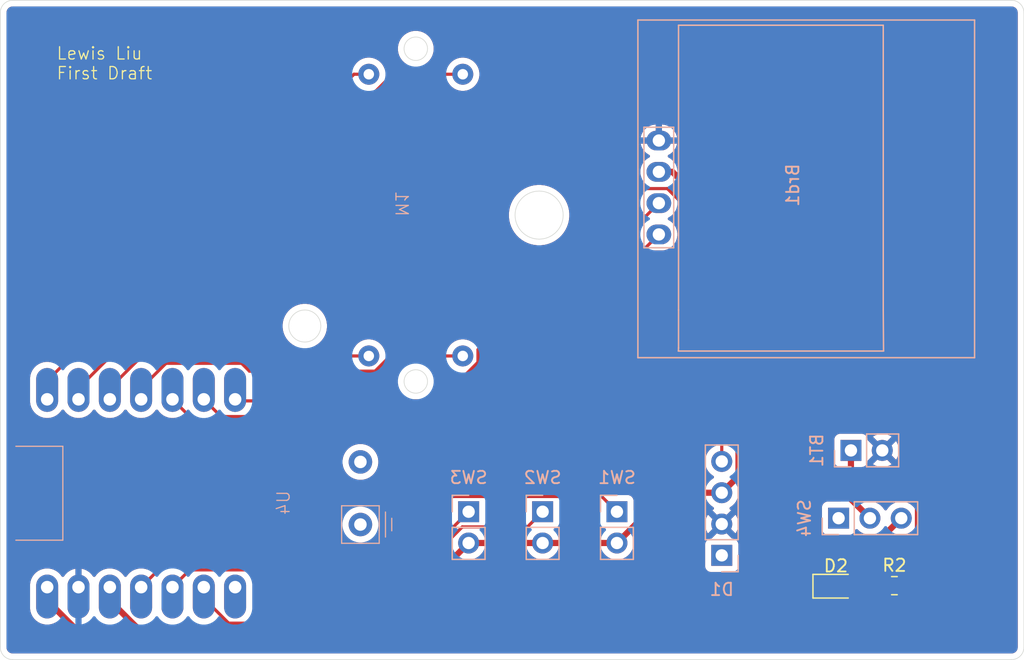
<source format=kicad_pcb>
(kicad_pcb (version 20241229) (generator "pcbnew") (generator_version "9.0")
  (layers (0 "F.Cu" signal) (2 "B.Cu" signal) (13 "F.Paste" user) (15 "B.Paste" user) (5 "F.SilkS" user "F.Silkscreen") (7 "B.SilkS" user "B.Silkscreen") (1 "F.Mask" user) (3 "B.Mask" user) (25 "Edge.Cuts" user))
  (net 0 "")
  (net 1 "Net-(Brd1-SCL)")
  (net 2 "Net-(Brd1-SDA)")
  (net 3 "GND")
  (net 4 "+3.3V")
  (net 5 "Net-(D1-DIN)")
  (net 7 "Net-(D2-K)")
  (net 8 "Net-(M1--)")
  (net 9 "Net-(U4-GPIO3_A2_D2)")
  (net 10 "Net-(U4-GPIO4_A3_D3)")
  (net 11 "Net-(U4-GPIO2_A1_D1)")
  (net 12 "Net-(U4-GPIO9_A10_D10_COPI)")
  (net 13 "Net-(U4-GPIO7_A8_D8_SCK)")
  (net 14 "Net-(U4-GPIO8_A9_D9_CIPO)")
  (net 19 "/BAT")
  (net 20 "/VCC")
  (footprint "LED_SMD:LED_0805_2012Metric_Pad1.15x1.40mm_HandSolder" (layer "F.Cu") (at 147.755 99.045)
    (property "Reference" "D2" (at 0 -1.65 0) (layer "F.SilkS"))
    (property "Value" "LED")
    (fp_line (start -1.86 -0.96) (end -1.86 0.96) (stroke (width 0.12)) (layer "F.SilkS"))
    (fp_line (start -1.86 0.96) (end 1 0.96) (stroke (width 0.12)) (layer "F.SilkS"))
    (fp_line (start 1 -0.96) (end -1.86 -0.96) (stroke (width 0.12)) (layer "F.SilkS"))
    (pad "1" smd roundrect (at -1.025 0) (size 1.15 1.4) (layers "F.Cu" "F.Mask" "F.Paste") (roundrect_rratio 0.217391) (net 7 "Net-(D2-K)"))
    (pad "2" smd roundrect (at 1.025 0) (size 1.15 1.4) (layers "F.Cu" "F.Mask" "F.Paste") (roundrect_rratio 0.217391) (net 20 "/VCC"))
  )
  (footprint "Resistor_SMD:R_0805_2012Metric_Pad1.20x1.40mm_HandSolder" (layer "F.Cu") (at 152.5 99)
    (property "Reference" "R2" (at 0 -1.65 0) (layer "F.SilkS"))
    (property "Value" "85ohm")
    (fp_line (start -0.227064 -0.735) (end 0.227064 -0.735) (stroke (width 0.12)) (layer "F.SilkS"))
    (fp_line (start -0.227064 0.735) (end 0.227064 0.735) (stroke (width 0.12)) (layer "F.SilkS"))
    (pad "1" smd roundrect (at -1 0) (size 1.2 1.4) (layers "F.Cu" "F.Mask" "F.Paste") (roundrect_rratio 0.208333) (net 7 "Net-(D2-K)"))
    (pad "2" smd roundrect (at 1 0) (size 1.2 1.4) (layers "F.Cu" "F.Mask" "F.Paste") (roundrect_rratio 0.208333) (net 3 "GND"))
  )
  (footprint "SSD1306:128x64OLED" (layer "B.Cu") (at 144 66.5 -90)
    (property "Reference" "Brd1" (at 0 -0.254 90) (layer "B.SilkS") (effects (justify mirror)))
    (property "Value" "SSD1306")
    (fp_line (start -13.4 12.3) (end 14 12.3) (stroke (width 0.12)) (layer "B.SilkS"))
    (fp_line (start 14 12.3) (end 14 -15) (stroke (width 0.12)) (layer "B.SilkS"))
    (fp_line (start -4.699 11.811) (end 5.08 11.811) (stroke (width 0.12)) (layer "B.SilkS"))
    (fp_line (start -4.699 11.811) (end -4.699 9.398) (stroke (width 0.12)) (layer "B.SilkS"))
    (fp_line (start 5.08 11.811) (end 5.08 9.398) (stroke (width 0.12)) (layer "B.SilkS"))
    (fp_line (start 5.08 9.398) (end -4.699 9.398) (stroke (width 0.12)) (layer "B.SilkS"))
    (fp_line (start 13.462 9.017) (end 13.208 9.005) (stroke (width 0.12)) (layer "B.SilkS"))
    (fp_line (start -12.978 9.005) (end 10.122 9.005) (stroke (width 0.12)) (layer "B.SilkS"))
    (fp_line (start 10.122 9.005) (end 13.208 9.005) (stroke (width 0.12)) (layer "B.SilkS"))
    (fp_line (start -12.978 -7.595) (end -12.978 9.005) (stroke (width 0.12)) (layer "B.SilkS"))
    (fp_line (start 10.122 -7.595) (end -12.978 -7.595) (stroke (width 0.12)) (layer "B.SilkS"))
    (fp_line (start 10.122 -7.595) (end 13.462 -7.62) (stroke (width 0.12)) (layer "B.SilkS"))
    (fp_line (start 13.462 -7.62) (end 13.462 9.017) (stroke (width 0.12)) (layer "B.SilkS"))
    (fp_line (start -13.4 -15) (end -13.4 12.3) (stroke (width 0.12)) (layer "B.SilkS"))
    (fp_line (start 14 -15) (end -13.4 -15) (stroke (width 0.12)) (layer "B.SilkS"))
    (pad "1" thru_hole oval (at -3.62 10.6 180) (size 2 1.6) (drill 1) (layers "*.Cu" "*.Mask") (net 3 "GND"))
    (pad "2" thru_hole oval (at -1.08 10.6 180) (size 2 1.6) (drill 1) (layers "*.Cu" "*.Mask") (net 4 "+3.3V"))
    (pad "3" thru_hole oval (at 1.46 10.6 180) (size 2 1.6) (drill 1) (layers "*.Cu" "*.Mask") (net 1 "Net-(Brd1-SCL)"))
    (pad "4" thru_hole oval (at 4 10.6 180) (size 2 1.6) (drill 1) (layers "*.Cu" "*.Mask") (net 2 "Net-(Brd1-SDA)"))
  )
  (footprint "x27_Footprint:x27_stepper" (layer "B.Cu") (at 103.53 66.39 90)
    (property "Reference" "M1" (at -1.61 9.01 270) (layer "B.SilkS") (effects (font (thickness 0.1)) (justify mirror)))
    (property "Value" "Stepper_Motor_bipolar")
    (fp_circle (center -11.54 1.16) (end -10.24 1.16) (stroke (width 0.05)) (fill no) (layer "Edge.Cuts"))
    (fp_circle (center 10.96 10.16) (end 11.91 10.16) (stroke (width 0.05)) (fill no) (layer "Edge.Cuts"))
    (fp_circle (center -16.04 10.16) (end -15.09 10.16) (stroke (width 0.05)) (fill no) (layer "Edge.Cuts"))
    (fp_circle (center -2.54 20.16) (end -0.59 20.16) (stroke (width 0.05)) (fill no) (layer "Edge.Cuts"))
    (pad "1" thru_hole circle (at 8.89 13.97 90) (size 1.7 1.7) (drill 0.85) (layers "*.Cu" "*.Mask") (net 11 "Net-(U4-GPIO2_A1_D1)"))
    (pad "2" thru_hole circle (at 8.89 6.35 90) (size 1.7 1.7) (drill 0.85) (layers "*.Cu" "*.Mask") (net 8 "Net-(M1--)"))
    (pad "3" thru_hole circle (at -13.97 6.35 90) (size 1.7 1.7) (drill 0.85) (layers "*.Cu" "*.Mask") (net 9 "Net-(U4-GPIO3_A2_D2)"))
    (pad "4" thru_hole circle (at -13.97 13.97 90) (size 1.7 1.7) (drill 0.85) (layers "*.Cu" "*.Mask") (net 10 "Net-(U4-GPIO4_A3_D3)"))
  )
  (footprint "Connector_PinSocket_2.54mm:PinSocket_1x02_P2.54mm_Vertical" (layer "B.Cu") (at 148.975 88.025 -90)
    (property "Reference" "BT1" (at 0 2.77 90) (layer "B.SilkS") (effects (justify mirror)))
    (property "Value" "Battery_Cell")
    (fp_line (start 0 1.33) (end 1.33 1.33) (stroke (width 0.12)) (layer "B.SilkS"))
    (fp_line (start 1.33 1.33) (end 1.33 0) (stroke (width 0.12)) (layer "B.SilkS"))
    (fp_line (start -1.33 -1.27) (end 1.33 -1.27) (stroke (width 0.12)) (layer "B.SilkS"))
    (fp_line (start -1.33 -1.27) (end -1.33 -3.87) (stroke (width 0.12)) (layer "B.SilkS"))
    (fp_line (start 1.33 -1.27) (end 1.33 -3.87) (stroke (width 0.12)) (layer "B.SilkS"))
    (fp_line (start -1.33 -3.87) (end 1.33 -3.87) (stroke (width 0.12)) (layer "B.SilkS"))
    (pad "1" thru_hole rect (at 0 0 270) (size 1.7 1.7) (drill 1) (layers "*.Cu" "*.Mask") (net 19 "/BAT"))
    (pad "2" thru_hole circle (at 0 -2.54 270) (size 1.7 1.7) (drill 1) (layers "*.Cu" "*.Mask") (net 3 "GND"))
  )
  (footprint "Connector_PinSocket_2.54mm:PinSocket_1x02_P2.54mm_Vertical" (layer "B.Cu") (at 123.975 93 180)
    (property "Reference" "SW2" (at 0 2.77 0) (layer "B.SilkS") (effects (justify mirror)))
    (property "Value" "SW_Push")
    (fp_line (start 1.33 1.33) (end 1.33 0) (stroke (width 0.12)) (layer "B.SilkS"))
    (fp_line (start 1.33 -1.27) (end 1.33 -3.87) (stroke (width 0.12)) (layer "B.SilkS"))
    (fp_line (start 0 1.33) (end 1.33 1.33) (stroke (width 0.12)) (layer "B.SilkS"))
    (fp_line (start -1.33 -1.27) (end 1.33 -1.27) (stroke (width 0.12)) (layer "B.SilkS"))
    (fp_line (start -1.33 -1.27) (end -1.33 -3.87) (stroke (width 0.12)) (layer "B.SilkS"))
    (fp_line (start -1.33 -3.87) (end 1.33 -3.87) (stroke (width 0.12)) (layer "B.SilkS"))
    (pad "1" thru_hole rect (at 0 0 180) (size 1.7 1.7) (drill 1) (layers "*.Cu" "*.Mask") (net 13 "Net-(U4-GPIO7_A8_D8_SCK)"))
    (pad "2" thru_hole circle (at 0 -2.54 180) (size 1.7 1.7) (drill 1) (layers "*.Cu" "*.Mask") (net 4 "+3.3V"))
  )
  (footprint "Connector_PinSocket_2.54mm:PinSocket_1x02_P2.54mm_Vertical" (layer "B.Cu") (at 130 93 180)
    (property "Reference" "SW1" (at 0 2.77 0) (layer "B.SilkS") (effects (justify mirror)))
    (property "Value" "SW_Push")
    (fp_line (start 1.33 1.33) (end 1.33 0) (stroke (width 0.12)) (layer "B.SilkS"))
    (fp_line (start 1.33 -1.27) (end 1.33 -3.87) (stroke (width 0.12)) (layer "B.SilkS"))
    (fp_line (start 0 1.33) (end 1.33 1.33) (stroke (width 0.12)) (layer "B.SilkS"))
    (fp_line (start -1.33 -1.27) (end 1.33 -1.27) (stroke (width 0.12)) (layer "B.SilkS"))
    (fp_line (start -1.33 -1.27) (end -1.33 -3.87) (stroke (width 0.12)) (layer "B.SilkS"))
    (fp_line (start -1.33 -3.87) (end 1.33 -3.87) (stroke (width 0.12)) (layer "B.SilkS"))
    (pad "1" thru_hole rect (at 0 0 180) (size 1.7 1.7) (drill 1) (layers "*.Cu" "*.Mask") (net 12 "Net-(U4-GPIO9_A10_D10_COPI)"))
    (pad "2" thru_hole circle (at 0 -2.54 180) (size 1.7 1.7) (drill 1) (layers "*.Cu" "*.Mask") (net 4 "+3.3V"))
  )
  (footprint "Connector_PinSocket_2.54mm:PinSocket_1x02_P2.54mm_Vertical" (layer "B.Cu") (at 117.975 93 180)
    (property "Reference" "SW3" (at 0 2.77 0) (layer "B.SilkS") (effects (justify mirror)))
    (property "Value" "SW_Push")
    (fp_line (start 1.33 1.33) (end 1.33 0) (stroke (width 0.12)) (layer "B.SilkS"))
    (fp_line (start 1.33 -1.27) (end 1.33 -3.87) (stroke (width 0.12)) (layer "B.SilkS"))
    (fp_line (start 0 1.33) (end 1.33 1.33) (stroke (width 0.12)) (layer "B.SilkS"))
    (fp_line (start -1.33 -1.27) (end 1.33 -1.27) (stroke (width 0.12)) (layer "B.SilkS"))
    (fp_line (start -1.33 -1.27) (end -1.33 -3.87) (stroke (width 0.12)) (layer "B.SilkS"))
    (fp_line (start -1.33 -3.87) (end 1.33 -3.87) (stroke (width 0.12)) (layer "B.SilkS"))
    (pad "1" thru_hole rect (at 0 0 180) (size 1.7 1.7) (drill 1) (layers "*.Cu" "*.Mask") (net 14 "Net-(U4-GPIO8_A9_D9_CIPO)"))
    (pad "2" thru_hole circle (at 0 -2.54 180) (size 1.7 1.7) (drill 1) (layers "*.Cu" "*.Mask") (net 4 "+3.3V"))
  )
  (footprint "GIX_ESP32:XIAO_ESP32" (layer "B.Cu") (at 91.42 91.5 -90)
    (property "Reference" "U4" (at 0.77 -11.54 90) (layer "B.SilkS") (effects (font (thickness 0.1)) (justify mirror)))
    (property "Value" "Xiaoesp32c3")
    (fp_line (start -3.81 10.16) (end -3.81 6.35) (stroke (width 0.1)) (layer "B.SilkS"))
    (fp_line (start -3.81 6.35) (end 3.81 6.35) (stroke (width 0.1)) (layer "B.SilkS"))
    (fp_line (start 3.81 6.35) (end 3.81 10.16) (stroke (width 0.1)) (layer "B.SilkS"))
    (fp_line (start 1.016 -16.256) (end 4.064 -16.256) (stroke (width 0.1)) (layer "B.SilkS"))
    (fp_line (start 4.064 -16.256) (end 4.064 -19.304) (stroke (width 0.1)) (layer "B.SilkS"))
    (fp_line (start 1.016 -19.304) (end 1.016 -16.256) (stroke (width 0.1)) (layer "B.SilkS"))
    (fp_line (start 4.064 -19.304) (end 1.016 -19.304) (stroke (width 0.1)) (layer "B.SilkS"))
    (fp_line (start 1.524 -19.812) (end 3.556 -19.812) (stroke (width 0.1)) (layer "B.SilkS"))
    (fp_line (start 2.032 -20.32) (end 3.048 -20.32) (stroke (width 0.1)) (layer "B.SilkS"))
    (pad "1" thru_hole oval (at -7.62 7.62 270) (size 3.556 1.778) (drill 1.016 (offset -0.762 0)) (layers "*.Cu" "*.Mask") (net 8 "Net-(M1--)"))
    (pad "2" thru_hole oval (at -7.62 5.08 270) (size 3.556 1.778) (drill 1.016 (offset -0.762 0)) (layers "*.Cu" "*.Mask") (net 11 "Net-(U4-GPIO2_A1_D1)"))
    (pad "3" thru_hole oval (at -7.62 2.54 270) (size 3.556 1.778) (drill 1.016 (offset -0.762 0)) (layers "*.Cu" "*.Mask") (net 9 "Net-(U4-GPIO3_A2_D2)"))
    (pad "4" thru_hole oval (at -7.62 0 270) (size 3.556 1.778) (drill 1.016 (offset -0.762 0)) (layers "*.Cu" "*.Mask") (net 10 "Net-(U4-GPIO4_A3_D3)"))
    (pad "5" thru_hole oval (at -7.62 -2.54 270) (size 3.556 1.778) (drill 1.016 (offset -0.762 0)) (layers "*.Cu" "*.Mask") (net 2 "Net-(Brd1-SDA)"))
    (pad "6" thru_hole oval (at -7.62 -5.08 270) (size 3.556 1.778) (drill 1.016 (offset -0.762 0)) (layers "*.Cu" "*.Mask") (net 1 "Net-(Brd1-SCL)"))
    (pad "7" thru_hole oval (at -7.62 -7.62 270) (size 3.556 1.778) (drill 1.016 (offset -0.762 0)) (layers "*.Cu" "*.Mask") (net 5 "Net-(D1-DIN)"))
    (pad "8" thru_hole oval (at 7.62 -7.62 270) (size 3.556 1.778) (drill 1.016 (offset 0.762 0)) (layers "*.Cu" "*.Mask"))
    (pad "9" thru_hole oval (at 7.62 -5.08 270) (size 3.556 1.778) (drill 1.016 (offset 0.762 0)) (layers "*.Cu" "*.Mask") (net 13 "Net-(U4-GPIO7_A8_D8_SCK)"))
    (pad "10" thru_hole oval (at 7.62 -2.54 270) (size 3.556 1.778) (drill 1.016 (offset 0.762 0)) (layers "*.Cu" "*.Mask") (net 14 "Net-(U4-GPIO8_A9_D9_CIPO)"))
    (pad "11" thru_hole oval (at 7.62 0 270) (size 3.556 1.778) (drill 1.016 (offset 0.762 0)) (layers "*.Cu" "*.Mask") (net 12 "Net-(U4-GPIO9_A10_D10_COPI)"))
    (pad "12" thru_hole oval (at 7.62 2.54 270) (size 3.556 1.778) (drill 1.016 (offset 0.762 0)) (layers "*.Cu" "*.Mask") (net 4 "+3.3V"))
    (pad "13" thru_hole oval (at 7.62 5.08 270) (size 3.556 1.778) (drill 1.016 (offset 0.762 0)) (layers "*.Cu" "*.Mask") (net 3 "GND"))
    (pad "14" thru_hole oval (at 7.62 7.62 270) (size 3.556 1.778) (drill 1.016 (offset 0.762 0)) (layers "*.Cu" "*.Mask") (net 20 "/VCC"))
    (pad "15" thru_hole circle (at -2.54 -17.78 270) (size 1.905 1.905) (drill 1.016) (layers "*.Cu" "*.Mask"))
    (pad "16" thru_hole circle (at 2.54 -17.78 270) (size 1.905 1.905) (drill 1.016) (layers "*.Cu" "*.Mask"))
  )
  (footprint "Connector_PinSocket_2.54mm:PinSocket_1x03_P2.54mm_Vertical" (layer "B.Cu") (at 147.975 93.525 -90)
    (property "Reference" "SW4" (at 0 2.77 90) (layer "B.SilkS") (effects (justify mirror)))
    (property "Value" "SW_SPDT")
    (fp_line (start 0 1.33) (end 1.33 1.33) (stroke (width 0.12)) (layer "B.SilkS"))
    (fp_line (start 1.33 1.33) (end 1.33 0) (stroke (width 0.12)) (layer "B.SilkS"))
    (fp_line (start -1.33 -1.27) (end 1.33 -1.27) (stroke (width 0.12)) (layer "B.SilkS"))
    (fp_line (start -1.33 -1.27) (end -1.33 -6.41) (stroke (width 0.12)) (layer "B.SilkS"))
    (fp_line (start 1.33 -1.27) (end 1.33 -6.41) (stroke (width 0.12)) (layer "B.SilkS"))
    (fp_line (start -1.33 -6.41) (end 1.33 -6.41) (stroke (width 0.12)) (layer "B.SilkS"))
    (pad "1" thru_hole rect (at 0 0 270) (size 1.7 1.7) (drill 1) (layers "*.Cu" "*.Mask"))
    (pad "2" thru_hole circle (at 0 -2.54 270) (size 1.7 1.7) (drill 1) (layers "*.Cu" "*.Mask") (net 19 "/BAT"))
    (pad "3" thru_hole circle (at 0 -5.08 270) (size 1.7 1.7) (drill 1) (layers "*.Cu" "*.Mask") (net 20 "/VCC"))
  )
  (footprint "Connector_PinSocket_2.54mm:PinSocket_1x04_P2.54mm_Vertical" (layer "B.Cu") (at 138.5 96.54)
    (property "Reference" "D1" (at 0 2.77 0) (layer "B.SilkS") (effects (justify mirror)))
    (property "Value" "NeoPixel_THT")
    (fp_line (start -1.33 -8.95) (end 1.33 -8.95) (stroke (width 0.12)) (layer "B.SilkS"))
    (fp_line (start -1.33 -1.27) (end -1.33 -8.95) (stroke (width 0.12)) (layer "B.SilkS"))
    (fp_line (start -1.33 -1.27) (end 1.33 -1.27) (stroke (width 0.12)) (layer "B.SilkS"))
    (fp_line (start 0 1.33) (end 1.33 1.33) (stroke (width 0.12)) (layer "B.SilkS"))
    (fp_line (start 1.33 -1.27) (end 1.33 -8.95) (stroke (width 0.12)) (layer "B.SilkS"))
    (fp_line (start 1.33 1.33) (end 1.33 0) (stroke (width 0.12)) (layer "B.SilkS"))
    (pad "1" thru_hole rect (at 0 0) (size 1.7 1.7) (drill 1) (layers "*.Cu" "*.Mask"))
    (pad "2" thru_hole circle (at 0 -2.54) (size 1.7 1.7) (drill 1) (layers "*.Cu" "*.Mask") (net 3 "GND"))
    (pad "3" thru_hole circle (at 0 -5.08) (size 1.7 1.7) (drill 1) (layers "*.Cu" "*.Mask") (net 4 "+3.3V"))
    (pad "4" thru_hole circle (at 0 -7.62) (size 1.7 1.7) (drill 1) (layers "*.Cu" "*.Mask") (net 5 "Net-(D1-DIN)"))
  )
  (gr_arc (start 163 104) (mid 162.707107 104.707107) (end 162 105) (stroke (width 0.05)) (layer "Edge.Cuts"))
  (gr_arc (start 162 51.5) (mid 162.707107 51.792893) (end 163 52.5) (stroke (width 0.05)) (layer "Edge.Cuts"))
  (gr_line (start 162 51.5) (end 81 51.5) (stroke (width 0.05)) (layer "Edge.Cuts"))
  (gr_arc (start 81 105) (mid 80.292893 104.707107) (end 80 104) (stroke (width 0.05)) (layer "Edge.Cuts"))
  (gr_line (start 163 52.5) (end 163 104) (stroke (width 0.05)) (layer "Edge.Cuts"))
  (gr_arc (start 80 52.5) (mid 80.292893 51.792893) (end 81 51.5) (stroke (width 0.05)) (layer "Edge.Cuts"))
  (gr_line (start 162 105) (end 81 105) (stroke (width 0.05)) (layer "Edge.Cuts"))
  (gr_line (start 80 52.5) (end 80 104) (stroke (width 0.05)) (layer "Edge.Cuts"))
  (gr_text "Lewis Liu\nFirst Draft" (at 84.5 58 0) (layer "F.SilkS") (effects (font (size 1 1) (thickness 0.1)) (justify left bottom)))
  (segment (start 116.082 85.278) (end 97.898 85.278) (width 0.254) (layer "F.Cu") (net 1))
  (segment (start 97.898 85.278) (end 96.5 83.88) (width 0.254) (layer "F.Cu") (net 1))
  (segment (start 133.4 67.96) (end 116.082 85.278) (width 0.254) (layer "F.Cu") (net 1))
  (segment (start 95.867 85.787) (end 93.96 83.88) (width 0.254) (layer "F.Cu") (net 2))
  (segment (start 133.4 70.5) (end 118.113 85.787) (width 0.254) (layer "F.Cu") (net 2))
  (segment (start 118.113 85.787) (end 95.867 85.787) (width 0.254) (layer "F.Cu") (net 2))
  (segment (start 154.41 98.09) (end 153.5 99) (width 0.5) (layer "F.Cu") (net 3))
  (segment (start 151.515 88.025) (end 154.41 90.92) (width 0.5) (layer "F.Cu") (net 3))
  (segment (start 154.41 90.92) (end 154.41 98.09) (width 0.5) (layer "F.Cu") (net 3))
  (segment (start 117.975 95.54) (end 110.841 102.674) (width 0.5) (layer "F.Cu") (net 4))
  (segment (start 134.5 65.42) (end 133.4 65.42) (width 0.5) (layer "F.Cu") (net 4))
  (segment (start 117.975 95.54) (end 123.975 95.54) (width 0.5) (layer "F.Cu") (net 4))
  (segment (start 134.08 91.46) (end 138.5 91.46) (width 0.5) (layer "F.Cu") (net 4))
  (segment (start 138.5 91.46) (end 139.855 90.105) (width 0.5) (layer "F.Cu") (net 4))
  (segment (start 130 95.54) (end 134.08 91.46) (width 0.5) (layer "F.Cu") (net 4))
  (segment (start 123.975 95.54) (end 130 95.54) (width 0.5) (layer "F.Cu") (net 4))
  (segment (start 139.855 70.775) (end 134.5 65.42) (width 0.5) (layer "F.Cu") (net 4))
  (segment (start 139.855 90.105) (end 139.855 70.775) (width 0.5) (layer "F.Cu") (net 4))
  (segment (start 110.841 102.674) (end 91.351586 102.674) (width 0.5) (layer "F.Cu") (net 4))
  (segment (start 88.88 100.202414) (end 88.88 99.12) (width 0.5) (layer "F.Cu") (net 4))
  (segment (start 91.351586 102.674) (end 88.88 100.202414) (width 0.5) (layer "F.Cu") (net 4))
  (segment (start 99.168 84.008) (end 99.04 83.88) (width 0.254) (layer "F.Cu") (net 5))
  (segment (start 134.0896 66.778) (end 131.803688 66.778) (width 0.254) (layer "F.Cu") (net 5))
  (segment (start 115.594312 84.008) (end 99.168 84.008) (width 0.254) (layer "F.Cu") (net 5))
  (segment (start 118.732 80.870312) (end 115.594312 84.008) (width 0.254) (layer "F.Cu") (net 5))
  (segment (start 138.5 71.1884) (end 134.0896 66.778) (width 0.254) (layer "F.Cu") (net 5))
  (segment (start 138.5 88.92) (end 138.5 71.1884) (width 0.254) (layer "F.Cu") (net 5))
  (segment (start 118.732 79.849688) (end 118.732 80.870312) (width 0.254) (layer "F.Cu") (net 5))
  (segment (start 131.803688 66.778) (end 118.732 79.849688) (width 0.254) (layer "F.Cu") (net 5))
  (segment (start 150 100.5) (end 148.185 100.5) (width 0.254) (layer "F.Cu") (net 7))
  (segment (start 148.185 100.5) (end 146.73 99.045) (width 0.254) (layer "F.Cu") (net 7))
  (segment (start 151.5 99) (end 150 100.5) (width 0.254) (layer "F.Cu") (net 7))
  (segment (start 109.88 57.5) (end 108.677919 57.5) (width 0.254) (layer "F.Cu") (net 8))
  (segment (start 83.8 82.377919) (end 83.8 83.88) (width 0.254) (layer "F.Cu") (net 8))
  (segment (start 108.677919 57.5) (end 83.8 82.377919) (width 0.254) (layer "F.Cu") (net 8))
  (segment (start 91.491535 80.36) (end 88.88 82.971535) (width 0.254) (layer "F.Cu") (net 9))
  (segment (start 88.88 82.971535) (end 88.88 83.88) (width 0.254) (layer "F.Cu") (net 9))
  (segment (start 109.88 80.36) (end 91.491535 80.36) (width 0.254) (layer "F.Cu") (net 9))
  (segment (start 117.5 80.36) (end 111.622312 80.36) (width 0.254) (layer "F.Cu") (net 10))
  (segment (start 110.390312 81.592) (end 100.200465 81.592) (width 0.254) (layer "F.Cu") (net 10))
  (segment (start 91.42 82.971535) (end 91.42 83.88) (width 0.254) (layer "F.Cu") (net 10))
  (segment (start 100.200465 81.592) (end 99.566465 80.958) (width 0.254) (layer "F.Cu") (net 10))
  (segment (start 99.566465 80.958) (end 93.433535 80.958) (width 0.254) (layer "F.Cu") (net 10))
  (segment (start 93.433535 80.958) (end 91.42 82.971535) (width 0.254) (layer "F.Cu") (net 10))
  (segment (start 111.622312 80.36) (end 110.390312 81.592) (width 0.254) (layer "F.Cu") (net 10))
  (segment (start 117.5 57.5) (end 111.811535 57.5) (width 0.254) (layer "F.Cu") (net 11))
  (segment (start 86.34 82.971535) (end 86.34 83.88) (width 0.254) (layer "F.Cu") (net 11))
  (segment (start 111.811535 57.5) (end 86.34 82.971535) (width 0.254) (layer "F.Cu") (net 11))
  (segment (start 98.772 91.768) (end 91.42 99.12) (width 0.254) (layer "F.Cu") (net 12))
  (segment (start 130 93) (end 128.768 91.768) (width 0.254) (layer "F.Cu") (net 12))
  (segment (start 128.768 91.768) (end 98.772 91.768) (width 0.254) (layer "F.Cu") (net 12))
  (segment (start 122.743 94.232) (end 117.462834 94.232) (width 0.254) (layer "F.Cu") (net 13))
  (segment (start 109.652834 102.042) (end 98.513535 102.042) (width 0.254) (layer "F.Cu") (net 13))
  (segment (start 117.462834 94.232) (end 109.652834 102.042) (width 0.254) (layer "F.Cu") (net 13))
  (segment (start 96.5 100.028465) (end 96.5 99.12) (width 0.254) (layer "F.Cu") (net 13))
  (segment (start 123.975 93) (end 122.743 94.232) (width 0.254) (layer "F.Cu") (net 13))
  (segment (start 98.513535 102.042) (end 96.5 100.028465) (width 0.254) (layer "F.Cu") (net 13))
  (segment (start 113.253 97.722) (end 95.358 97.722) (width 0.254) (layer "F.Cu") (net 14))
  (segment (start 117.975 93) (end 113.253 97.722) (width 0.254) (layer "F.Cu") (net 14))
  (segment (start 95.358 97.722) (end 93.96 99.12) (width 0.254) (layer "F.Cu") (net 14))
  (segment (start 150.515 93.525) (end 148.975 91.985) (width 0.5) (layer "F.Cu") (net 19))
  (segment (start 148.975 91.985) (end 148.975 88.025) (width 0.5) (layer "F.Cu") (net 19))
  (segment (start 83.8 99.12) (end 83.8 100.202414) (width 0.5) (layer "F.Cu") (net 20))
  (segment (start 146.085342 97.84) (end 147.575 97.84) (width 0.5) (layer "F.Cu") (net 20))
  (segment (start 148.78 97.8) (end 153.055 93.525) (width 0.5) (layer "F.Cu") (net 20))
  (segment (start 83.8 100.202414) (end 87.026586 103.429) (width 0.5) (layer "F.Cu") (net 20))
  (segment (start 147.575 97.84) (end 148.78 99.045) (width 0.5) (layer "F.Cu") (net 20))
  (segment (start 148.78 99.045) (end 148.78 97.8) (width 0.5) (layer "F.Cu") (net 20))
  (segment (start 87.026586 103.429) (end 140.496342 103.429) (width 0.5) (layer "F.Cu") (net 20))
  (segment (start 140.496342 103.429) (end 146.085342 97.84) (width 0.5) (layer "F.Cu") (net 20))
  (zone (net 3) (net_name "GND") (layers "F.Cu" "B.Cu") (connect_pads (clearance 0.5)) (min_thickness 0.25) (fill yes (thermal_gap 0.5) (thermal_bridge_width 0.5))
    (polygon (pts (xy 80 51.5) (xy 163 51.5) (xy 163 105) (xy 80 105)))
  )
)
</source>
